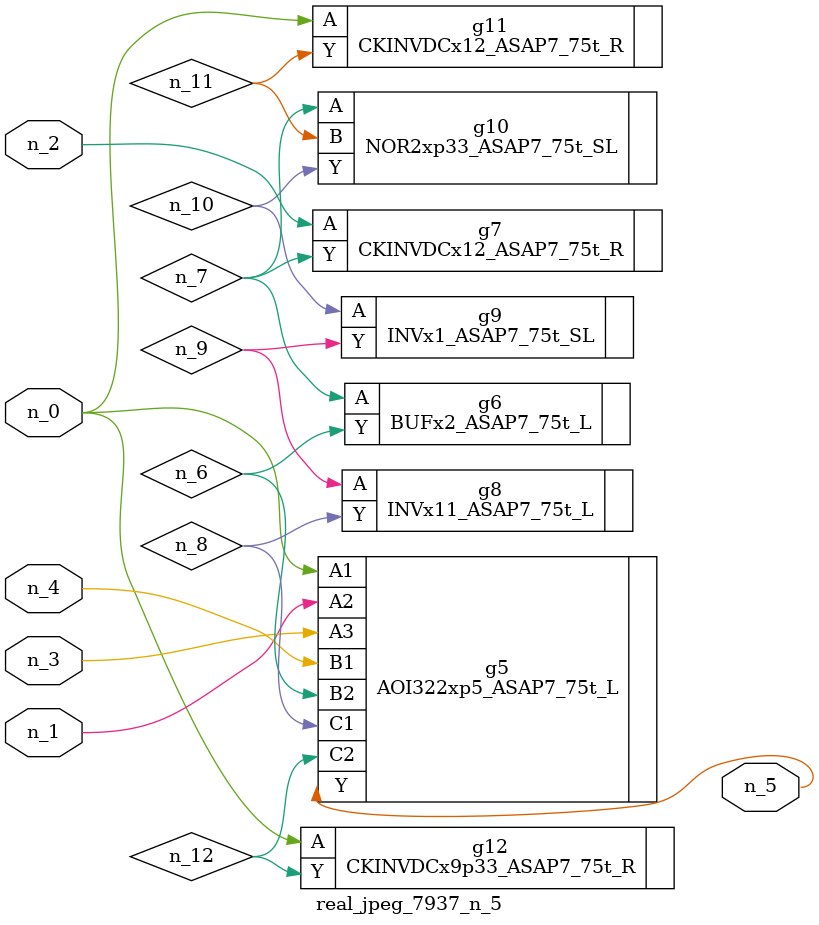
<source format=v>
module real_jpeg_7937_n_5 (n_4, n_0, n_1, n_2, n_3, n_5);

input n_4;
input n_0;
input n_1;
input n_2;
input n_3;

output n_5;

wire n_12;
wire n_8;
wire n_11;
wire n_6;
wire n_7;
wire n_10;
wire n_9;

AOI322xp5_ASAP7_75t_L g5 ( 
.A1(n_0),
.A2(n_1),
.A3(n_3),
.B1(n_4),
.B2(n_6),
.C1(n_8),
.C2(n_12),
.Y(n_5)
);

CKINVDCx12_ASAP7_75t_R g11 ( 
.A(n_0),
.Y(n_11)
);

CKINVDCx9p33_ASAP7_75t_R g12 ( 
.A(n_0),
.Y(n_12)
);

CKINVDCx12_ASAP7_75t_R g7 ( 
.A(n_2),
.Y(n_7)
);

BUFx2_ASAP7_75t_L g6 ( 
.A(n_7),
.Y(n_6)
);

NOR2xp33_ASAP7_75t_SL g10 ( 
.A(n_7),
.B(n_11),
.Y(n_10)
);

INVx11_ASAP7_75t_L g8 ( 
.A(n_9),
.Y(n_8)
);

INVx1_ASAP7_75t_SL g9 ( 
.A(n_10),
.Y(n_9)
);


endmodule
</source>
